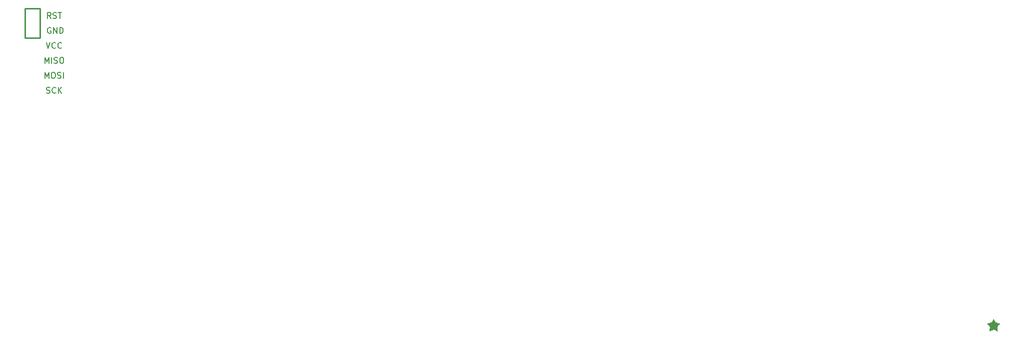
<source format=gbr>
G04 #@! TF.GenerationSoftware,KiCad,Pcbnew,(5.1.10)-1*
G04 #@! TF.CreationDate,2021-07-14T14:22:32+07:00*
G04 #@! TF.ProjectId,uso!VNC,75736f21-564e-4432-9e6b-696361645f70,rev?*
G04 #@! TF.SameCoordinates,Original*
G04 #@! TF.FileFunction,Legend,Top*
G04 #@! TF.FilePolarity,Positive*
%FSLAX46Y46*%
G04 Gerber Fmt 4.6, Leading zero omitted, Abs format (unit mm)*
G04 Created by KiCad (PCBNEW (5.1.10)-1) date 2021-07-14 14:22:32*
%MOMM*%
%LPD*%
G01*
G04 APERTURE LIST*
%ADD10C,0.010000*%
%ADD11C,0.250000*%
%ADD12C,0.150000*%
G04 APERTURE END LIST*
D10*
G36*
X213559840Y-109940931D02*
G01*
X213587848Y-109985900D01*
X213628455Y-110054285D01*
X213678468Y-110140714D01*
X213731587Y-110234288D01*
X213905782Y-110543828D01*
X214244567Y-110607515D01*
X214354734Y-110628958D01*
X214451017Y-110649092D01*
X214527050Y-110666471D01*
X214576467Y-110679653D01*
X214592828Y-110686536D01*
X214583241Y-110705066D01*
X214550785Y-110747010D01*
X214499561Y-110807505D01*
X214433669Y-110881689D01*
X214368040Y-110953111D01*
X214274268Y-111055528D01*
X214206441Y-111134157D01*
X214162141Y-111192096D01*
X214138955Y-111232442D01*
X214133969Y-111253258D01*
X214136367Y-111288956D01*
X214142862Y-111355520D01*
X214152607Y-111445051D01*
X214164758Y-111549650D01*
X214172522Y-111613674D01*
X214185208Y-111719016D01*
X214195576Y-111809636D01*
X214202917Y-111878947D01*
X214206521Y-111920365D01*
X214206521Y-111929210D01*
X214188309Y-111922711D01*
X214140465Y-111902190D01*
X214068741Y-111870207D01*
X213978887Y-111829323D01*
X213890777Y-111788661D01*
X213787451Y-111741521D01*
X213694800Y-111700814D01*
X213619260Y-111669246D01*
X213567272Y-111649523D01*
X213546691Y-111644086D01*
X213516907Y-111652068D01*
X213460193Y-111673785D01*
X213384770Y-111705895D01*
X213301229Y-111743938D01*
X213170731Y-111804825D01*
X213060503Y-111855532D01*
X212973976Y-111894521D01*
X212914579Y-111920253D01*
X212885745Y-111931191D01*
X212883507Y-111931203D01*
X212885844Y-111911559D01*
X212892182Y-111859705D01*
X212901712Y-111782213D01*
X212913626Y-111685653D01*
X212922391Y-111614778D01*
X212935635Y-111504904D01*
X212946951Y-111405549D01*
X212955494Y-111324592D01*
X212960414Y-111269911D01*
X212961275Y-111253258D01*
X212952531Y-111224219D01*
X212924510Y-111179943D01*
X212874798Y-111117333D01*
X212800978Y-111033291D01*
X212727204Y-110953111D01*
X212651937Y-110871013D01*
X212587793Y-110798399D01*
X212538872Y-110740133D01*
X212509274Y-110701076D01*
X212502416Y-110686536D01*
X212523804Y-110678129D01*
X212577292Y-110664279D01*
X212656513Y-110646432D01*
X212755102Y-110626030D01*
X212850677Y-110607515D01*
X213189461Y-110543828D01*
X213363657Y-110234288D01*
X213419634Y-110135726D01*
X213469225Y-110050125D01*
X213509240Y-109982857D01*
X213536485Y-109939290D01*
X213547622Y-109924748D01*
X213559840Y-109940931D01*
G37*
X213559840Y-109940931D02*
X213587848Y-109985900D01*
X213628455Y-110054285D01*
X213678468Y-110140714D01*
X213731587Y-110234288D01*
X213905782Y-110543828D01*
X214244567Y-110607515D01*
X214354734Y-110628958D01*
X214451017Y-110649092D01*
X214527050Y-110666471D01*
X214576467Y-110679653D01*
X214592828Y-110686536D01*
X214583241Y-110705066D01*
X214550785Y-110747010D01*
X214499561Y-110807505D01*
X214433669Y-110881689D01*
X214368040Y-110953111D01*
X214274268Y-111055528D01*
X214206441Y-111134157D01*
X214162141Y-111192096D01*
X214138955Y-111232442D01*
X214133969Y-111253258D01*
X214136367Y-111288956D01*
X214142862Y-111355520D01*
X214152607Y-111445051D01*
X214164758Y-111549650D01*
X214172522Y-111613674D01*
X214185208Y-111719016D01*
X214195576Y-111809636D01*
X214202917Y-111878947D01*
X214206521Y-111920365D01*
X214206521Y-111929210D01*
X214188309Y-111922711D01*
X214140465Y-111902190D01*
X214068741Y-111870207D01*
X213978887Y-111829323D01*
X213890777Y-111788661D01*
X213787451Y-111741521D01*
X213694800Y-111700814D01*
X213619260Y-111669246D01*
X213567272Y-111649523D01*
X213546691Y-111644086D01*
X213516907Y-111652068D01*
X213460193Y-111673785D01*
X213384770Y-111705895D01*
X213301229Y-111743938D01*
X213170731Y-111804825D01*
X213060503Y-111855532D01*
X212973976Y-111894521D01*
X212914579Y-111920253D01*
X212885745Y-111931191D01*
X212883507Y-111931203D01*
X212885844Y-111911559D01*
X212892182Y-111859705D01*
X212901712Y-111782213D01*
X212913626Y-111685653D01*
X212922391Y-111614778D01*
X212935635Y-111504904D01*
X212946951Y-111405549D01*
X212955494Y-111324592D01*
X212960414Y-111269911D01*
X212961275Y-111253258D01*
X212952531Y-111224219D01*
X212924510Y-111179943D01*
X212874798Y-111117333D01*
X212800978Y-111033291D01*
X212727204Y-110953111D01*
X212651937Y-110871013D01*
X212587793Y-110798399D01*
X212538872Y-110740133D01*
X212509274Y-110701076D01*
X212502416Y-110686536D01*
X212523804Y-110678129D01*
X212577292Y-110664279D01*
X212656513Y-110646432D01*
X212755102Y-110626030D01*
X212850677Y-110607515D01*
X213189461Y-110543828D01*
X213363657Y-110234288D01*
X213419634Y-110135726D01*
X213469225Y-110050125D01*
X213509240Y-109982857D01*
X213536485Y-109939290D01*
X213547622Y-109924748D01*
X213559840Y-109940931D01*
D11*
X49510000Y-62190000D02*
X49510000Y-57190000D01*
X49510000Y-57190000D02*
X52010000Y-57190000D01*
X52010000Y-57190000D02*
X52010000Y-62190000D01*
X52010000Y-62190000D02*
X49510000Y-62190000D01*
D12*
X53134285Y-71524761D02*
X53277142Y-71572380D01*
X53515238Y-71572380D01*
X53610476Y-71524761D01*
X53658095Y-71477142D01*
X53705714Y-71381904D01*
X53705714Y-71286666D01*
X53658095Y-71191428D01*
X53610476Y-71143809D01*
X53515238Y-71096190D01*
X53324761Y-71048571D01*
X53229523Y-71000952D01*
X53181904Y-70953333D01*
X53134285Y-70858095D01*
X53134285Y-70762857D01*
X53181904Y-70667619D01*
X53229523Y-70620000D01*
X53324761Y-70572380D01*
X53562857Y-70572380D01*
X53705714Y-70620000D01*
X54705714Y-71477142D02*
X54658095Y-71524761D01*
X54515238Y-71572380D01*
X54420000Y-71572380D01*
X54277142Y-71524761D01*
X54181904Y-71429523D01*
X54134285Y-71334285D01*
X54086666Y-71143809D01*
X54086666Y-71000952D01*
X54134285Y-70810476D01*
X54181904Y-70715238D01*
X54277142Y-70620000D01*
X54420000Y-70572380D01*
X54515238Y-70572380D01*
X54658095Y-70620000D01*
X54705714Y-70667619D01*
X55134285Y-71572380D02*
X55134285Y-70572380D01*
X55705714Y-71572380D02*
X55277142Y-71000952D01*
X55705714Y-70572380D02*
X55134285Y-71143809D01*
X52848571Y-69032380D02*
X52848571Y-68032380D01*
X53181904Y-68746666D01*
X53515238Y-68032380D01*
X53515238Y-69032380D01*
X54181904Y-68032380D02*
X54372380Y-68032380D01*
X54467619Y-68080000D01*
X54562857Y-68175238D01*
X54610476Y-68365714D01*
X54610476Y-68699047D01*
X54562857Y-68889523D01*
X54467619Y-68984761D01*
X54372380Y-69032380D01*
X54181904Y-69032380D01*
X54086666Y-68984761D01*
X53991428Y-68889523D01*
X53943809Y-68699047D01*
X53943809Y-68365714D01*
X53991428Y-68175238D01*
X54086666Y-68080000D01*
X54181904Y-68032380D01*
X54991428Y-68984761D02*
X55134285Y-69032380D01*
X55372380Y-69032380D01*
X55467619Y-68984761D01*
X55515238Y-68937142D01*
X55562857Y-68841904D01*
X55562857Y-68746666D01*
X55515238Y-68651428D01*
X55467619Y-68603809D01*
X55372380Y-68556190D01*
X55181904Y-68508571D01*
X55086666Y-68460952D01*
X55039047Y-68413333D01*
X54991428Y-68318095D01*
X54991428Y-68222857D01*
X55039047Y-68127619D01*
X55086666Y-68080000D01*
X55181904Y-68032380D01*
X55420000Y-68032380D01*
X55562857Y-68080000D01*
X55991428Y-69032380D02*
X55991428Y-68032380D01*
X52848571Y-66492380D02*
X52848571Y-65492380D01*
X53181904Y-66206666D01*
X53515238Y-65492380D01*
X53515238Y-66492380D01*
X53991428Y-66492380D02*
X53991428Y-65492380D01*
X54420000Y-66444761D02*
X54562857Y-66492380D01*
X54800952Y-66492380D01*
X54896190Y-66444761D01*
X54943809Y-66397142D01*
X54991428Y-66301904D01*
X54991428Y-66206666D01*
X54943809Y-66111428D01*
X54896190Y-66063809D01*
X54800952Y-66016190D01*
X54610476Y-65968571D01*
X54515238Y-65920952D01*
X54467619Y-65873333D01*
X54420000Y-65778095D01*
X54420000Y-65682857D01*
X54467619Y-65587619D01*
X54515238Y-65540000D01*
X54610476Y-65492380D01*
X54848571Y-65492380D01*
X54991428Y-65540000D01*
X55610476Y-65492380D02*
X55800952Y-65492380D01*
X55896190Y-65540000D01*
X55991428Y-65635238D01*
X56039047Y-65825714D01*
X56039047Y-66159047D01*
X55991428Y-66349523D01*
X55896190Y-66444761D01*
X55800952Y-66492380D01*
X55610476Y-66492380D01*
X55515238Y-66444761D01*
X55420000Y-66349523D01*
X55372380Y-66159047D01*
X55372380Y-65825714D01*
X55420000Y-65635238D01*
X55515238Y-65540000D01*
X55610476Y-65492380D01*
X53086666Y-62952380D02*
X53420000Y-63952380D01*
X53753333Y-62952380D01*
X54658095Y-63857142D02*
X54610476Y-63904761D01*
X54467619Y-63952380D01*
X54372380Y-63952380D01*
X54229523Y-63904761D01*
X54134285Y-63809523D01*
X54086666Y-63714285D01*
X54039047Y-63523809D01*
X54039047Y-63380952D01*
X54086666Y-63190476D01*
X54134285Y-63095238D01*
X54229523Y-63000000D01*
X54372380Y-62952380D01*
X54467619Y-62952380D01*
X54610476Y-63000000D01*
X54658095Y-63047619D01*
X55658095Y-63857142D02*
X55610476Y-63904761D01*
X55467619Y-63952380D01*
X55372380Y-63952380D01*
X55229523Y-63904761D01*
X55134285Y-63809523D01*
X55086666Y-63714285D01*
X55039047Y-63523809D01*
X55039047Y-63380952D01*
X55086666Y-63190476D01*
X55134285Y-63095238D01*
X55229523Y-63000000D01*
X55372380Y-62952380D01*
X55467619Y-62952380D01*
X55610476Y-63000000D01*
X55658095Y-63047619D01*
X53872380Y-58872380D02*
X53539047Y-58396190D01*
X53300952Y-58872380D02*
X53300952Y-57872380D01*
X53681904Y-57872380D01*
X53777142Y-57920000D01*
X53824761Y-57967619D01*
X53872380Y-58062857D01*
X53872380Y-58205714D01*
X53824761Y-58300952D01*
X53777142Y-58348571D01*
X53681904Y-58396190D01*
X53300952Y-58396190D01*
X54253333Y-58824761D02*
X54396190Y-58872380D01*
X54634285Y-58872380D01*
X54729523Y-58824761D01*
X54777142Y-58777142D01*
X54824761Y-58681904D01*
X54824761Y-58586666D01*
X54777142Y-58491428D01*
X54729523Y-58443809D01*
X54634285Y-58396190D01*
X54443809Y-58348571D01*
X54348571Y-58300952D01*
X54300952Y-58253333D01*
X54253333Y-58158095D01*
X54253333Y-58062857D01*
X54300952Y-57967619D01*
X54348571Y-57920000D01*
X54443809Y-57872380D01*
X54681904Y-57872380D01*
X54824761Y-57920000D01*
X55110476Y-57872380D02*
X55681904Y-57872380D01*
X55396190Y-58872380D02*
X55396190Y-57872380D01*
X53848095Y-60460000D02*
X53752857Y-60412380D01*
X53610000Y-60412380D01*
X53467142Y-60460000D01*
X53371904Y-60555238D01*
X53324285Y-60650476D01*
X53276666Y-60840952D01*
X53276666Y-60983809D01*
X53324285Y-61174285D01*
X53371904Y-61269523D01*
X53467142Y-61364761D01*
X53610000Y-61412380D01*
X53705238Y-61412380D01*
X53848095Y-61364761D01*
X53895714Y-61317142D01*
X53895714Y-60983809D01*
X53705238Y-60983809D01*
X54324285Y-61412380D02*
X54324285Y-60412380D01*
X54895714Y-61412380D01*
X54895714Y-60412380D01*
X55371904Y-61412380D02*
X55371904Y-60412380D01*
X55610000Y-60412380D01*
X55752857Y-60460000D01*
X55848095Y-60555238D01*
X55895714Y-60650476D01*
X55943333Y-60840952D01*
X55943333Y-60983809D01*
X55895714Y-61174285D01*
X55848095Y-61269523D01*
X55752857Y-61364761D01*
X55610000Y-61412380D01*
X55371904Y-61412380D01*
M02*

</source>
